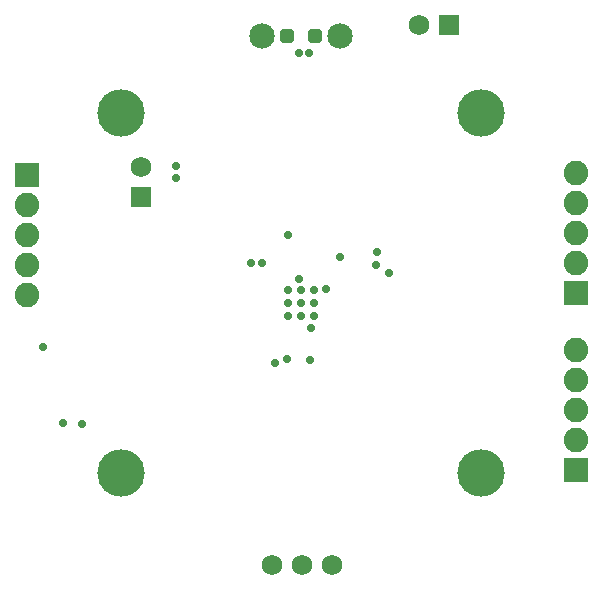
<source format=gbs>
G04*
G04 #@! TF.GenerationSoftware,Altium Limited,Altium Designer,24.1.2 (44)*
G04*
G04 Layer_Color=16711935*
%FSLAX25Y25*%
%MOIN*%
G70*
G04*
G04 #@! TF.SameCoordinates,4FFD8F7F-DE4D-45EA-9F54-5B890FCFF799*
G04*
G04*
G04 #@! TF.FilePolarity,Negative*
G04*
G01*
G75*
G04:AMPARAMS|DCode=48|XSize=48mil|YSize=48mil|CornerRadius=14mil|HoleSize=0mil|Usage=FLASHONLY|Rotation=90.000|XOffset=0mil|YOffset=0mil|HoleType=Round|Shape=RoundedRectangle|*
%AMROUNDEDRECTD48*
21,1,0.04800,0.02000,0,0,90.0*
21,1,0.02000,0.04800,0,0,90.0*
1,1,0.02800,0.01000,0.01000*
1,1,0.02800,0.01000,-0.01000*
1,1,0.02800,-0.01000,-0.01000*
1,1,0.02800,-0.01000,0.01000*
%
%ADD48ROUNDEDRECTD48*%
%ADD60C,0.06902*%
%ADD61R,0.06902X0.06902*%
%ADD62R,0.06902X0.06902*%
%ADD63C,0.08477*%
%ADD64C,0.08182*%
%ADD65R,0.08182X0.08182*%
%ADD66C,0.15800*%
%ADD67C,0.02800*%
%ADD68C,0.02769*%
D48*
X103100Y184100D02*
D03*
X93800D02*
D03*
D60*
X45000Y140400D02*
D03*
X137700Y187900D02*
D03*
X108583Y7874D02*
D03*
X98583D02*
D03*
X88583D02*
D03*
D61*
X45000Y130400D02*
D03*
D62*
X147700Y187900D02*
D03*
D63*
X111417Y184232D02*
D03*
X85433D02*
D03*
D64*
X6890Y97795D02*
D03*
Y107795D02*
D03*
Y117795D02*
D03*
Y127795D02*
D03*
X189961Y138425D02*
D03*
Y128425D02*
D03*
Y118425D02*
D03*
Y108425D02*
D03*
Y79370D02*
D03*
Y69370D02*
D03*
Y59370D02*
D03*
Y49370D02*
D03*
D65*
X6890Y137795D02*
D03*
X189961Y98425D02*
D03*
Y39370D02*
D03*
D66*
X158465Y158465D02*
D03*
X38386Y38386D02*
D03*
X158465D02*
D03*
X38386Y158465D02*
D03*
D67*
X100989Y178492D02*
D03*
X97800Y178525D02*
D03*
X19000Y55100D02*
D03*
X106700Y99600D02*
D03*
X127600Y105000D02*
D03*
X85300Y108400D02*
D03*
X93800Y76500D02*
D03*
X123200Y107600D02*
D03*
X101413Y76000D02*
D03*
X89800Y75100D02*
D03*
X12300Y80400D02*
D03*
X25300Y54700D02*
D03*
X81700Y108500D02*
D03*
X56800Y136700D02*
D03*
X97600Y103099D02*
D03*
X101625Y86901D02*
D03*
X123700Y112100D02*
D03*
X111400Y110400D02*
D03*
X93900Y117700D02*
D03*
X56800Y140700D02*
D03*
D68*
X102756Y90669D02*
D03*
X98425D02*
D03*
X94095D02*
D03*
X102756Y95000D02*
D03*
X98425D02*
D03*
X94095D02*
D03*
X102756Y99331D02*
D03*
X98425D02*
D03*
X94095D02*
D03*
M02*

</source>
